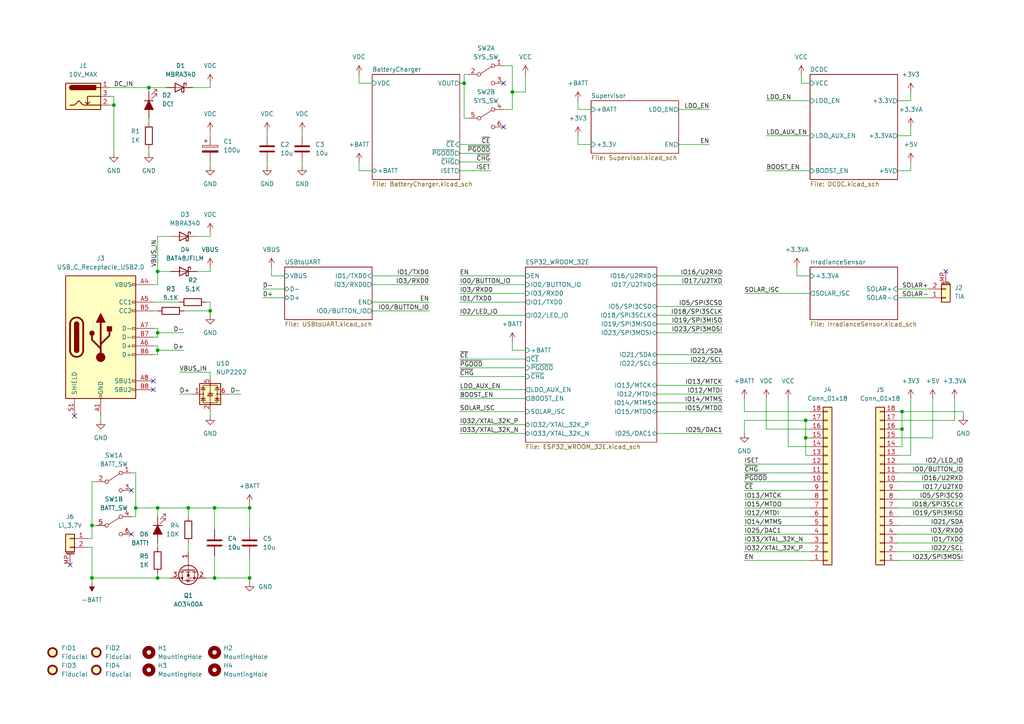
<source format=kicad_sch>
(kicad_sch (version 20211123) (generator eeschema)
  (paper "A4")
  (title_block (title "SolarNode") (date "2021-12-23") (rev "0.1"))
  (lib_symbols
    (symbol "Connector:Barrel_Jack_Switch" (pin_names hide)
      (property "Reference" "J" (at 0 5.334 0))
      (property "Value" "Barrel_Jack_Switch" (at 0 -5.08 0))
      (symbol "Barrel_Jack_Switch_1_1"
        (pin passive line (at 7.62 2.54 180) (length 2.54) (name "~") (number "1"))
        (pin passive line (at 7.62 -2.54 180) (length 2.54) (name "~") (number "2"))
        (pin passive line (at 7.62 0 180) (length 2.54) (name "~") (number "3"))
      )
    )
    (symbol "Connector:USB_C_Receptacle_USB2.0" (pin_names (offset 1.016))
      (property "Reference" "J" (at -10.16 19.05 0))
      (property "Value" "USB_C_Receptacle_USB2.0" (at 19.05 19.05 0))
      (symbol "USB_C_Receptacle_USB2.0_1_1"
        (pin passive line (at 0 -22.86 90) (length 5.08) (name "GND") (number "A1"))
        (pin passive line (at 0 -22.86 90) (length 5.08) hide (name "GND") (number "A12"))
        (pin passive line (at 15.24 15.24 180) (length 5.08) (name "VBUS") (number "A4"))
        (pin bidirectional line (at 15.24 10.16 180) (length 5.08) (name "CC1") (number "A5"))
        (pin bidirectional line (at 15.24 -2.54 180) (length 5.08) (name "D+") (number "A6"))
        (pin bidirectional line (at 15.24 2.54 180) (length 5.08) (name "D-") (number "A7"))
        (pin bidirectional line (at 15.24 -12.7 180) (length 5.08) (name "SBU1") (number "A8"))
        (pin passive line (at 15.24 15.24 180) (length 5.08) hide (name "VBUS") (number "A9"))
        (pin passive line (at 0 -22.86 90) (length 5.08) hide (name "GND") (number "B1"))
        (pin passive line (at 0 -22.86 90) (length 5.08) hide (name "GND") (number "B12"))
        (pin passive line (at 15.24 15.24 180) (length 5.08) hide (name "VBUS") (number "B4"))
        (pin bidirectional line (at 15.24 7.62 180) (length 5.08) (name "CC2") (number "B5"))
        (pin bidirectional line (at 15.24 -5.08 180) (length 5.08) (name "D+") (number "B6"))
        (pin bidirectional line (at 15.24 0 180) (length 5.08) (name "D-") (number "B7"))
        (pin bidirectional line (at 15.24 -15.24 180) (length 5.08) (name "SBU2") (number "B8"))
        (pin passive line (at 15.24 15.24 180) (length 5.08) hide (name "VBUS") (number "B9"))
        (pin passive line (at -7.62 -22.86 90) (length 5.08) (name "SHIELD") (number "S1"))
      )
    )
    (symbol "Connector_Generic:Conn_01x18" (pin_names (offset 1.016) hide)
      (property "Reference" "J" (at 0 22.86 0))
      (property "Value" "Conn_01x18" (at 0 -25.4 0))
      (symbol "Conn_01x18_1_1"
        (pin passive line (at -5.08 20.32 0) (length 3.81) (name "Pin_1") (number "1"))
        (pin passive line (at -5.08 -2.54 0) (length 3.81) (name "Pin_10") (number "10"))
        (pin passive line (at -5.08 -5.08 0) (length 3.81) (name "Pin_11") (number "11"))
        (pin passive line (at -5.08 -7.62 0) (length 3.81) (name "Pin_12") (number "12"))
        (pin passive line (at -5.08 -10.16 0) (length 3.81) (name "Pin_13") (number "13"))
        (pin passive line (at -5.08 -12.7 0) (length 3.81) (name "Pin_14") (number "14"))
        (pin passive line (at -5.08 -15.24 0) (length 3.81) (name "Pin_15") (number "15"))
        (pin passive line (at -5.08 -17.78 0) (length 3.81) (name "Pin_16") (number "16"))
        (pin passive line (at -5.08 -20.32 0) (length 3.81) (name "Pin_17") (number "17"))
        (pin passive line (at -5.08 -22.86 0) (length 3.81) (name "Pin_18") (number "18"))
        (pin passive line (at -5.08 17.78 0) (length 3.81) (name "Pin_2") (number "2"))
        (pin passive line (at -5.08 15.24 0) (length 3.81) (name "Pin_3") (number "3"))
        (pin passive line (at -5.08 12.7 0) (length 3.81) (name "Pin_4") (number "4"))
        (pin passive line (at -5.08 10.16 0) (length 3.81) (name "Pin_5") (number "5"))
        (pin passive line (at -5.08 7.62 0) (length 3.81) (name "Pin_6") (number "6"))
        (pin passive line (at -5.08 5.08 0) (length 3.81) (name "Pin_7") (number "7"))
        (pin passive line (at -5.08 2.54 0) (length 3.81) (name "Pin_8") (number "8"))
        (pin passive line (at -5.08 0 0) (length 3.81) (name "Pin_9") (number "9"))
      )
    )
    (symbol "Connector_Generic_MountingPin:Conn_01x02_MountingPin" (pin_names (offset 1.016) hide)
      (property "Reference" "J" (at 0 2.54 0))
      (property "Value" "Conn_01x02_MountingPin" (at 1.27 -5.08 0))
      (symbol "Conn_01x02_MountingPin_1_1"
        (text "Mounting" (at 0 -4.191 0) (effects (font (size 0.381 0.381))))
        (pin passive line (at -5.08 0 0) (length 3.81) (name "Pin_1") (number "1"))
        (pin passive line (at -5.08 -2.54 0) (length 3.81) (name "Pin_2") (number "2"))
        (pin passive line (at 0 -7.62 90) (length 3.048) (name "MountPin") (number "MP"))
      )
    )
    (symbol "Device:C" (pin_numbers hide) (pin_names (offset 0.254))
      (property "Reference" "C" (at 0.635 2.54 0))
      (property "Value" "C" (at 0.635 -2.54 0))
      (symbol "C_1_1"
        (pin passive line (at 0 3.81 270) (length 2.794) (name "~") (number "1"))
        (pin passive line (at 0 -3.81 90) (length 2.794) (name "~") (number "2"))
      )
    )
    (symbol "Device:C_Polarized" (pin_numbers hide) (pin_names (offset 0.254))
      (property "Reference" "C" (at 0.635 2.54 0))
      (property "Value" "C_Polarized" (at 0.635 -2.54 0))
      (symbol "C_Polarized_1_1"
        (pin passive line (at 0 3.81 270) (length 2.794) (name "~") (number "1"))
        (pin passive line (at 0 -3.81 90) (length 2.794) (name "~") (number "2"))
      )
    )
    (symbol "Device:LED_Filled" (pin_numbers hide) (pin_names (offset 1.016) hide)
      (property "Reference" "D" (at 0 2.54 0))
      (property "Value" "LED_Filled" (at 0 -2.54 0))
      (symbol "LED_Filled_1_1"
        (pin passive line (at -3.81 0 0) (length 2.54) (name "K") (number "1"))
        (pin passive line (at 3.81 0 180) (length 2.54) (name "A") (number "2"))
      )
    )
    (symbol "Device:R" (pin_numbers hide) (pin_names (offset 0))
      (property "Reference" "R" (at 2.032 0 90))
      (property "Value" "R" (at 0 0 90))
      (symbol "R_1_1"
        (pin passive line (at 0 3.81 270) (length 1.27) (name "~") (number "1"))
        (pin passive line (at 0 -3.81 90) (length 1.27) (name "~") (number "2"))
      )
    )
    (symbol "Diode:BAT48JFILM" (pin_numbers hide) (pin_names (offset 1.016) hide)
      (property "Reference" "D" (at 0 2.54 0))
      (property "Value" "BAT48JFILM" (at 0 -2.54 0))
      (symbol "BAT48JFILM_1_1"
        (pin passive line (at -3.81 0 0) (length 2.54) (name "K") (number "1"))
        (pin passive line (at 3.81 0 180) (length 2.54) (name "A") (number "2"))
      )
    )
    (symbol "Diode:MBRA340" (pin_numbers hide) (pin_names hide)
      (property "Reference" "D" (at 0 2.54 0))
      (property "Value" "MBRA340" (at 0 -2.54 0))
      (symbol "MBRA340_1_1"
        (pin passive line (at -3.81 0 0) (length 2.54) (name "K") (number "1"))
        (pin passive line (at 3.81 0 180) (length 2.54) (name "A") (number "2"))
      )
    )
    (symbol "Mechanical:Fiducial"
      (property "Reference" "FID" (at 0 5.08 0))
      (property "Value" "Fiducial" (at 0 3.175 0))
    )
    (symbol "Mechanical:MountingHole" (pin_names (offset 1.016))
      (property "Reference" "H" (at 0 5.08 0))
      (property "Value" "MountingHole" (at 0 3.175 0))
    )
    (symbol "Power_Protection:NUP2202"
      (property "Reference" "U" (at -5.334 -2.54 0))
      (property "Value" "NUP2202" (at 6.35 1.27 90))
      (symbol "NUP2202_1_1"
        (pin passive line (at -5.08 0 0) (length 2.54) (name "~") (number "1"))
        (pin passive line (at 0 -5.08 90) (length 2.54) (name "~") (number "2"))
        (pin no_connect line (at 0 -2.54 90) (length 2.54) hide (name "~") (number "3"))
        (pin no_connect line (at 0 2.54 270) (length 2.54) hide (name "~") (number "4"))
        (pin passive line (at 0 5.08 270) (length 2.54) (name "~") (number "5"))
        (pin passive line (at 5.08 0 180) (length 2.54) (name "~") (number "6"))
      )
    )
    (symbol "Switch:SW_DPDT_x2" (pin_names (offset 0) hide)
      (property "Reference" "SW" (at 0 4.318 0))
      (property "Value" "SW_DPDT_x2" (at 0 -5.08 0))
      (symbol "SW_DPDT_x2_1_1"
        (pin passive line (at 5.08 2.54 180) (length 2.54) (name "A") (number "1"))
        (pin passive line (at -5.08 0 0) (length 2.54) (name "B") (number "2"))
        (pin passive line (at 5.08 -2.54 180) (length 2.54) (name "C") (number "3"))
      )
      (symbol "SW_DPDT_x2_2_1"
        (pin passive line (at 5.08 2.54 180) (length 2.54) (name "A") (number "4"))
        (pin passive line (at -5.08 0 0) (length 2.54) (name "B") (number "5"))
        (pin passive line (at 5.08 -2.54 180) (length 2.54) (name "C") (number "6"))
      )
    )
    (symbol "Transistor_FET:AO3400A" (pin_names hide)
      (property "Reference" "Q" (at 5.08 1.905 0))
      (property "Value" "AO3400A" (at 5.08 0 0))
      (symbol "AO3400A_1_1"
        (pin input line (at -5.08 0 0) (length 2.54) (name "G") (number "1"))
        (pin passive line (at 2.54 -5.08 90) (length 2.54) (name "S") (number "2"))
        (pin passive line (at 2.54 5.08 270) (length 2.54) (name "D") (number "3"))
      )
    )
    (symbol "power:+3.3V" (power) (pin_names (offset 0))
      (property "Value" "+3.3V" (at 0 3.556 0))
      (symbol "+3.3V_1_1"
        (pin power_in line (at 0 0 90) (length 0) hide (name "+3V3") (number "1"))
      )
    )
    (symbol "power:+3.3VA" (power) (pin_names (offset 0))
      (property "Value" "+3.3VA" (at 0 3.556 0))
      (symbol "+3.3VA_1_1"
        (pin power_in line (at 0 0 90) (length 0) hide (name "+3.3VA") (number "1"))
      )
    )
    (symbol "power:+5V" (power) (pin_names (offset 0))
      (property "Value" "+5V" (at 0 3.556 0))
      (symbol "+5V_1_1"
        (pin power_in line (at 0 0 90) (length 0) hide (name "+5V") (number "1"))
      )
    )
    (symbol "power:+BATT" (power) (pin_names (offset 0))
      (property "Value" "+BATT" (at 0 3.556 0))
      (symbol "+BATT_1_1"
        (pin power_in line (at 0 0 90) (length 0) hide (name "+BATT") (number "1"))
      )
    )
    (symbol "power:-BATT" (power) (pin_names (offset 0))
      (property "Value" "-BATT" (at 0 3.556 0))
      (symbol "-BATT_1_1"
        (pin power_in line (at 0 0 90) (length 0) hide (name "-BATT") (number "1"))
      )
    )
    (symbol "power:GND" (power) (pin_names (offset 0))
      (property "Value" "GND" (at 0 -3.81 0))
      (symbol "GND_1_1"
        (pin power_in line (at 0 0 270) (length 0) hide (name "GND") (number "1"))
      )
    )
    (symbol "power:VBUS" (power) (pin_names (offset 0))
      (property "Value" "VBUS" (at 0 3.81 0))
      (symbol "VBUS_1_1"
        (pin power_in line (at 0 0 90) (length 0) hide (name "VBUS") (number "1"))
      )
    )
    (symbol "power:VCC" (power) (pin_names (offset 0))
      (property "Value" "VCC" (at 0 3.81 0))
      (symbol "VCC_1_1"
        (pin power_in line (at 0 0 90) (length 0) hide (name "VCC") (number "1"))
      )
    )
    (symbol "power:VDC" (power) (pin_names (offset 0))
      (property "Value" "VDC" (at 0 6.35 0))
      (symbol "VDC_1_1"
        (pin power_in line (at 0 0 90) (length 0) hide (name "VDC") (number "1"))
      )
    )
  )
  (junction (at 45.72 78.74))
  (junction (at 45.72 167.64))
  (junction (at 54.61 147.32))
  (junction (at 45.72 147.32))
  (junction (at 261.62 119.38))
  (junction (at 43.18 25.4))
  (junction (at 72.39 147.32))
  (junction (at 134.62 24.13))
  (junction (at 45.72 101.6))
  (junction (at 33.02 30.48))
  (junction (at 72.39 167.64))
  (junction (at 261.62 124.46))
  (junction (at 62.23 167.64))
  (junction (at 39.37 147.32))
  (junction (at 62.23 147.32))
  (junction (at 148.59 26.67))
  (junction (at 26.67 167.64))
  (junction (at 26.67 152.4))
  (junction (at 233.68 121.92))
  (junction (at 60.96 90.17))
  (junction (at 233.68 127))
  (junction (at 45.72 96.52))
  (no_connect (at 146.05 36.83))
  (no_connect (at 274.32 78.74))
  (no_connect (at 44.45 110.49))
  (no_connect (at 21.59 120.65))
  (no_connect (at 44.45 113.03))
  (no_connect (at 38.1 142.24))
  (no_connect (at 38.1 154.94))
  (no_connect (at 20.32 163.83))
  (no_connect (at 146.05 24.13))
  (wire (pts (xy 44.45 97.79) (xy 45.72 97.79)))
  (wire (pts (xy 104.14 24.13) (xy 107.95 24.13)))
  (wire (pts (xy 215.9 162.56) (xy 234.95 162.56)))
  (wire (pts (xy 209.55 93.98) (xy 190.5 93.98)))
  (wire (pts (xy 264.16 26.67) (xy 264.16 29.21)))
  (wire (pts (xy 107.95 87.63) (xy 124.46 87.63)))
  (wire (pts (xy 260.35 121.92) (xy 276.86 121.92)))
  (wire (pts (xy 78.74 77.47) (xy 78.74 80.01)))
  (wire (pts (xy 60.96 24.13) (xy 60.96 25.4)))
  (wire (pts (xy 234.95 119.38) (xy 215.9 119.38)))
  (wire (pts (xy 104.14 46.99) (xy 104.14 49.53)))
  (wire (pts (xy 232.41 24.13) (xy 234.95 24.13)))
  (wire (pts (xy 60.96 46.99) (xy 60.96 48.26)))
  (wire (pts (xy 60.96 107.95) (xy 60.96 109.22)))
  (wire (pts (xy 234.95 129.54) (xy 228.6 129.54)))
  (wire (pts (xy 26.67 139.7) (xy 27.94 139.7)))
  (wire (pts (xy 209.55 96.52) (xy 190.5 96.52)))
  (wire (pts (xy 148.59 99.06) (xy 148.59 101.6)))
  (wire (pts (xy 148.59 26.67) (xy 148.59 31.75)))
  (wire (pts (xy 215.9 125.73) (xy 215.9 121.92)))
  (wire (pts (xy 87.63 38.1) (xy 87.63 39.37)))
  (wire (pts (xy 209.55 114.3) (xy 190.5 114.3)))
  (wire (pts (xy 76.2 83.82) (xy 82.55 83.82)))
  (wire (pts (xy 260.35 49.53) (xy 264.16 49.53)))
  (wire (pts (xy 233.68 127) (xy 233.68 121.92)))
  (wire (pts (xy 167.64 41.91) (xy 171.45 41.91)))
  (wire (pts (xy 228.6 129.54) (xy 228.6 115.57)))
  (wire (pts (xy 260.35 137.16) (xy 279.4 137.16)))
  (wire (pts (xy 72.39 146.05) (xy 72.39 147.32)))
  (wire (pts (xy 45.72 167.64) (xy 49.53 167.64)))
  (wire (pts (xy 146.05 31.75) (xy 148.59 31.75)))
  (wire (pts (xy 54.61 149.86) (xy 54.61 147.32)))
  (wire (pts (xy 54.61 157.48) (xy 54.61 160.02)))
  (wire (pts (xy 39.37 147.32) (xy 45.72 147.32)))
  (wire (pts (xy 27.94 152.4) (xy 26.67 152.4)))
  (wire (pts (xy 45.72 147.32) (xy 45.72 149.86)))
  (wire (pts (xy 148.59 26.67) (xy 152.4 26.67)))
  (wire (pts (xy 133.35 123.19) (xy 152.4 123.19)))
  (wire (pts (xy 261.62 119.38) (xy 261.62 124.46)))
  (wire (pts (xy 209.55 102.87) (xy 190.5 102.87)))
  (wire (pts (xy 234.95 149.86) (xy 215.9 149.86)))
  (wire (pts (xy 39.37 137.16) (xy 39.37 147.32)))
  (wire (pts (xy 279.4 162.56) (xy 260.35 162.56)))
  (wire (pts (xy 209.55 125.73) (xy 190.5 125.73)))
  (wire (pts (xy 45.72 78.74) (xy 45.72 68.58)))
  (wire (pts (xy 45.72 95.25) (xy 45.72 96.52)))
  (wire (pts (xy 234.95 80.01) (xy 231.14 80.01)))
  (wire (pts (xy 209.55 119.38) (xy 190.5 119.38)))
  (wire (pts (xy 196.85 41.91) (xy 205.74 41.91)))
  (wire (pts (xy 43.18 25.4) (xy 43.18 26.67)))
  (wire (pts (xy 260.35 132.08) (xy 264.16 132.08)))
  (wire (pts (xy 59.69 87.63) (xy 60.96 87.63)))
  (wire (pts (xy 53.34 90.17) (xy 60.96 90.17)))
  (wire (pts (xy 44.45 87.63) (xy 52.07 87.63)))
  (wire (pts (xy 232.41 21.59) (xy 232.41 24.13)))
  (wire (pts (xy 215.9 142.24) (xy 234.95 142.24)))
  (wire (pts (xy 107.95 82.55) (xy 124.46 82.55)))
  (wire (pts (xy 133.35 80.01) (xy 152.4 80.01)))
  (wire (pts (xy 279.4 157.48) (xy 260.35 157.48)))
  (wire (pts (xy 133.35 49.53) (xy 142.24 49.53)))
  (wire (pts (xy 76.2 86.36) (xy 82.55 86.36)))
  (wire (pts (xy 60.96 119.38) (xy 60.96 120.65)))
  (wire (pts (xy 260.35 152.4) (xy 279.4 152.4)))
  (wire (pts (xy 260.35 124.46) (xy 261.62 124.46)))
  (wire (pts (xy 54.61 147.32) (xy 45.72 147.32)))
  (wire (pts (xy 260.35 127) (xy 270.51 127)))
  (wire (pts (xy 44.45 102.87) (xy 45.72 102.87)))
  (wire (pts (xy 44.45 95.25) (xy 45.72 95.25)))
  (wire (pts (xy 260.35 134.62) (xy 279.4 134.62)))
  (wire (pts (xy 270.51 127) (xy 270.51 115.57)))
  (wire (pts (xy 60.96 87.63) (xy 60.96 90.17)))
  (wire (pts (xy 215.9 157.48) (xy 234.95 157.48)))
  (wire (pts (xy 260.35 129.54) (xy 261.62 129.54)))
  (wire (pts (xy 62.23 167.64) (xy 72.39 167.64)))
  (wire (pts (xy 45.72 96.52) (xy 45.72 97.79)))
  (wire (pts (xy 209.55 91.44) (xy 190.5 91.44)))
  (wire (pts (xy 44.45 90.17) (xy 45.72 90.17)))
  (wire (pts (xy 152.4 101.6) (xy 148.59 101.6)))
  (wire (pts (xy 57.15 68.58) (xy 60.96 68.58)))
  (wire (pts (xy 69.85 114.3) (xy 66.04 114.3)))
  (wire (pts (xy 26.67 152.4) (xy 26.67 156.21)))
  (wire (pts (xy 279.4 160.02) (xy 260.35 160.02)))
  (wire (pts (xy 260.35 149.86) (xy 279.4 149.86)))
  (wire (pts (xy 279.4 154.94) (xy 260.35 154.94)))
  (wire (pts (xy 133.35 104.14) (xy 152.4 104.14)))
  (wire (pts (xy 104.14 21.59) (xy 104.14 24.13)))
  (wire (pts (xy 52.07 107.95) (xy 60.96 107.95)))
  (wire (pts (xy 31.75 25.4) (xy 43.18 25.4)))
  (wire (pts (xy 60.96 67.31) (xy 60.96 68.58)))
  (wire (pts (xy 209.55 105.41) (xy 190.5 105.41)))
  (wire (pts (xy 26.67 167.64) (xy 26.67 168.91)))
  (wire (pts (xy 62.23 161.29) (xy 62.23 167.64)))
  (wire (pts (xy 234.95 29.21) (xy 222.25 29.21)))
  (wire (pts (xy 45.72 166.37) (xy 45.72 167.64)))
  (wire (pts (xy 148.59 19.05) (xy 146.05 19.05)))
  (wire (pts (xy 133.35 109.22) (xy 152.4 109.22)))
  (wire (pts (xy 279.4 119.38) (xy 261.62 119.38)))
  (wire (pts (xy 39.37 137.16) (xy 38.1 137.16)))
  (wire (pts (xy 133.35 85.09) (xy 152.4 85.09)))
  (wire (pts (xy 77.47 38.1) (xy 77.47 39.37)))
  (wire (pts (xy 55.88 25.4) (xy 60.96 25.4)))
  (wire (pts (xy 87.63 46.99) (xy 87.63 48.26)))
  (wire (pts (xy 31.75 27.94) (xy 33.02 27.94)))
  (wire (pts (xy 215.9 144.78) (xy 234.95 144.78)))
  (wire (pts (xy 152.4 115.57) (xy 133.35 115.57)))
  (wire (pts (xy 43.18 43.18) (xy 43.18 44.45)))
  (wire (pts (xy 234.95 49.53) (xy 222.25 49.53)))
  (wire (pts (xy 104.14 49.53) (xy 107.95 49.53)))
  (wire (pts (xy 45.72 158.75) (xy 45.72 157.48)))
  (wire (pts (xy 44.45 100.33) (xy 45.72 100.33)))
  (wire (pts (xy 45.72 100.33) (xy 45.72 101.6)))
  (wire (pts (xy 38.1 149.86) (xy 39.37 149.86)))
  (wire (pts (xy 133.35 41.91) (xy 142.24 41.91)))
  (wire (pts (xy 133.35 106.68) (xy 152.4 106.68)))
  (wire (pts (xy 43.18 25.4) (xy 48.26 25.4)))
  (wire (pts (xy 78.74 80.01) (xy 82.55 80.01)))
  (wire (pts (xy 26.67 158.75) (xy 25.4 158.75)))
  (wire (pts (xy 209.55 111.76) (xy 190.5 111.76)))
  (wire (pts (xy 134.62 24.13) (xy 134.62 34.29)))
  (wire (pts (xy 215.9 119.38) (xy 215.9 115.57)))
  (wire (pts (xy 33.02 30.48) (xy 33.02 44.45)))
  (wire (pts (xy 260.35 39.37) (xy 264.16 39.37)))
  (wire (pts (xy 45.72 101.6) (xy 53.34 101.6)))
  (wire (pts (xy 260.35 83.82) (xy 269.24 83.82)))
  (wire (pts (xy 279.4 120.65) (xy 279.4 119.38)))
  (wire (pts (xy 209.55 80.01) (xy 190.5 80.01)))
  (wire (pts (xy 62.23 147.32) (xy 54.61 147.32)))
  (wire (pts (xy 133.35 82.55) (xy 152.4 82.55)))
  (wire (pts (xy 234.95 39.37) (xy 222.25 39.37)))
  (wire (pts (xy 260.35 119.38) (xy 261.62 119.38)))
  (wire (pts (xy 44.45 82.55) (xy 45.72 82.55)))
  (wire (pts (xy 234.95 124.46) (xy 222.25 124.46)))
  (wire (pts (xy 260.35 144.78) (xy 279.4 144.78)))
  (wire (pts (xy 222.25 124.46) (xy 222.25 115.57)))
  (wire (pts (xy 233.68 132.08) (xy 233.68 127)))
  (wire (pts (xy 72.39 147.32) (xy 62.23 147.32)))
  (wire (pts (xy 209.55 88.9) (xy 190.5 88.9)))
  (wire (pts (xy 276.86 121.92) (xy 276.86 115.57)))
  (wire (pts (xy 260.35 142.24) (xy 279.4 142.24)))
  (wire (pts (xy 29.21 120.65) (xy 29.21 121.92)))
  (wire (pts (xy 167.64 29.21) (xy 167.64 31.75)))
  (wire (pts (xy 260.35 86.36) (xy 269.24 86.36)))
  (wire (pts (xy 62.23 147.32) (xy 62.23 153.67)))
  (wire (pts (xy 135.89 34.29) (xy 134.62 34.29)))
  (wire (pts (xy 215.9 121.92) (xy 233.68 121.92)))
  (wire (pts (xy 215.9 85.09) (xy 234.95 85.09)))
  (wire (pts (xy 60.96 77.47) (xy 60.96 78.74)))
  (wire (pts (xy 45.72 101.6) (xy 45.72 102.87)))
  (wire (pts (xy 57.15 78.74) (xy 60.96 78.74)))
  (wire (pts (xy 134.62 21.59) (xy 134.62 24.13)))
  (wire (pts (xy 234.95 154.94) (xy 215.9 154.94)))
  (wire (pts (xy 234.95 152.4) (xy 215.9 152.4)))
  (wire (pts (xy 215.9 134.62) (xy 234.95 134.62)))
  (wire (pts (xy 215.9 139.7) (xy 234.95 139.7)))
  (wire (pts (xy 31.75 30.48) (xy 33.02 30.48)))
  (wire (pts (xy 215.9 137.16) (xy 234.95 137.16)))
  (wire (pts (xy 133.35 44.45) (xy 142.24 44.45)))
  (wire (pts (xy 133.35 24.13) (xy 134.62 24.13)))
  (wire (pts (xy 234.95 132.08) (xy 233.68 132.08)))
  (wire (pts (xy 59.69 167.64) (xy 62.23 167.64)))
  (wire (pts (xy 261.62 129.54) (xy 261.62 124.46)))
  (wire (pts (xy 45.72 78.74) (xy 49.53 78.74)))
  (wire (pts (xy 26.67 158.75) (xy 26.67 167.64)))
  (wire (pts (xy 234.95 147.32) (xy 215.9 147.32)))
  (wire (pts (xy 167.64 39.37) (xy 167.64 41.91)))
  (wire (pts (xy 72.39 167.64) (xy 72.39 168.91)))
  (wire (pts (xy 264.16 36.83) (xy 264.16 39.37)))
  (wire (pts (xy 133.35 119.38) (xy 152.4 119.38)))
  (wire (pts (xy 133.35 87.63) (xy 152.4 87.63)))
  (wire (pts (xy 152.4 113.03) (xy 133.35 113.03)))
  (wire (pts (xy 60.96 38.1) (xy 60.96 39.37)))
  (wire (pts (xy 45.72 68.58) (xy 49.53 68.58)))
  (wire (pts (xy 231.14 77.47) (xy 231.14 80.01)))
  (wire (pts (xy 72.39 147.32) (xy 72.39 153.67)))
  (wire (pts (xy 26.67 139.7) (xy 26.67 152.4)))
  (wire (pts (xy 26.67 156.21) (xy 25.4 156.21)))
  (wire (pts (xy 196.85 31.75) (xy 205.74 31.75)))
  (wire (pts (xy 260.35 147.32) (xy 279.4 147.32)))
  (wire (pts (xy 133.35 46.99) (xy 142.24 46.99)))
  (wire (pts (xy 45.72 82.55) (xy 45.72 78.74)))
  (wire (pts (xy 264.16 46.99) (xy 264.16 49.53)))
  (wire (pts (xy 60.96 90.17) (xy 60.96 91.44)))
  (wire (pts (xy 260.35 139.7) (xy 279.4 139.7)))
  (wire (pts (xy 43.18 35.56) (xy 43.18 34.29)))
  (wire (pts (xy 72.39 161.29) (xy 72.39 167.64)))
  (wire (pts (xy 77.47 46.99) (xy 77.47 48.26)))
  (wire (pts (xy 33.02 27.94) (xy 33.02 30.48)))
  (wire (pts (xy 234.95 127) (xy 233.68 127)))
  (wire (pts (xy 134.62 21.59) (xy 135.89 21.59)))
  (wire (pts (xy 264.16 29.21) (xy 260.35 29.21)))
  (wire (pts (xy 234.95 121.92) (xy 233.68 121.92)))
  (wire (pts (xy 209.55 82.55) (xy 190.5 82.55)))
  (wire (pts (xy 148.59 19.05) (xy 148.59 26.67)))
  (wire (pts (xy 152.4 91.44) (xy 133.35 91.44)))
  (wire (pts (xy 52.07 114.3) (xy 55.88 114.3)))
  (wire (pts (xy 167.64 31.75) (xy 171.45 31.75)))
  (wire (pts (xy 264.16 132.08) (xy 264.16 115.57)))
  (wire (pts (xy 26.67 167.64) (xy 45.72 167.64)))
  (wire (pts (xy 133.35 125.73) (xy 152.4 125.73)))
  (wire (pts (xy 107.95 90.17) (xy 124.46 90.17)))
  (wire (pts (xy 107.95 80.01) (xy 124.46 80.01)))
  (wire (pts (xy 215.9 160.02) (xy 234.95 160.02)))
  (wire (pts (xy 152.4 26.67) (xy 152.4 21.59)))
  (wire (pts (xy 39.37 147.32) (xy 39.37 149.86)))
  (wire (pts (xy 45.72 96.52) (xy 53.34 96.52)))
  (wire (pts (xy 209.55 116.84) (xy 190.5 116.84)))
  (label "IO19{slash}SPI3MISO" (at 209.55 93.98 180))
  (label "IO0{slash}BUTTON_IO" (at 279.4 137.16 180))
  (label "IO32{slash}XTAL_32K_P" (at 133.35 123.19 0))
  (label "IO13{slash}MTCK" (at 209.55 111.76 180))
  (label "SOLAR_ISC" (at 133.35 119.38 0))
  (label "IO0{slash}BUTTON_IO" (at 124.46 90.17 180))
  (label "DC_IN" (at 33.02 25.4 0))
  (label "IO3/RXD0" (at 279.4 154.94 180))
  (label "BOOST_EN" (at 133.35 115.57 0))
  (label "IO2{slash}LED_IO" (at 133.35 91.44 0))
  (label "VBUS_IN" (at 52.07 107.95 0))
  (label "SOLAR-" (at 261.62 86.36 0))
  (label "D+" (at 76.2 86.36 0))
  (label "ISET" (at 142.24 49.53 180))
  (label "IO21{slash}SDA" (at 279.4 152.4 180))
  (label "IO17{slash}U2TXD" (at 209.55 82.55 180))
  (label "IO21{slash}SDA" (at 209.55 102.87 180))
  (label "LDO_AUX_EN" (at 133.35 113.03 0))
  (label "IO5{slash}SPI3CS0" (at 279.4 144.78 180))
  (label "IO2{slash}LED_IO" (at 279.4 134.62 180))
  (label "~{PGOOD}" (at 215.9 139.7 0))
  (label "EN" (at 215.9 162.56 0))
  (label "EN" (at 205.74 41.91 180))
  (label "~{CHG}" (at 215.9 137.16 0))
  (label "IO0{slash}BUTTON_IO" (at 133.35 82.55 0))
  (label "ISET" (at 215.9 134.62 0))
  (label "LDO_EN" (at 222.25 29.21 0))
  (label "BOOST_EN" (at 222.25 49.53 0))
  (label "LDO_EN" (at 205.74 31.75 180))
  (label "IO15{slash}MTDO" (at 209.55 119.38 180))
  (label "IO14{slash}MTMS" (at 209.55 116.84 180))
  (label "IO12{slash}MTDI" (at 209.55 114.3 180))
  (label "EN" (at 124.46 87.63 180))
  (label "D-" (at 53.34 96.52 180))
  (label "IO3{slash}RXD0" (at 124.46 82.55 180))
  (label "D+" (at 52.07 114.3 0))
  (label "~{CHG}" (at 133.35 109.22 0))
  (label "IO33{slash}XTAL_32K_N" (at 215.9 157.48 0))
  (label "IO16{slash}U2RXD" (at 279.4 139.7 180))
  (label "IO17{slash}U2TXD" (at 279.4 142.24 180))
  (label "SOLAR+" (at 261.62 83.82 0))
  (label "~{CE}" (at 215.9 142.24 0))
  (label "IO18{slash}SPI3SCLK" (at 209.55 91.44 180))
  (label "VBUS_IN" (at 45.72 77.47 90))
  (label "~{PGOOD}" (at 133.35 106.68 0))
  (label "IO25{slash}DAC1" (at 215.9 154.94 0))
  (label "IO32{slash}XTAL_32K_P" (at 215.9 160.02 0))
  (label "IO22{slash}SCL" (at 209.55 105.41 180))
  (label "IO12{slash}MTDI" (at 215.9 149.86 0))
  (label "IO1/TXD0" (at 279.4 157.48 180))
  (label "~{CHG}" (at 142.24 46.99 180))
  (label "EN" (at 133.35 80.01 0))
  (label "~{CE}" (at 133.35 104.14 0))
  (label "IO23{slash}SPI3MOSI" (at 209.55 96.52 180))
  (label "D-" (at 76.2 83.82 0))
  (label "IO33{slash}XTAL_32K_N" (at 133.35 125.73 0))
  (label "LDO_AUX_EN" (at 222.25 39.37 0))
  (label "IO1/TXD0" (at 133.35 87.63 0))
  (label "IO18{slash}SPI3SCLK" (at 279.4 147.32 180))
  (label "IO16{slash}U2RXD" (at 209.55 80.01 180))
  (label "IO3/RXD0" (at 133.35 85.09 0))
  (label "D+" (at 53.34 101.6 180))
  (label "IO1/TXD0" (at 124.46 80.01 180))
  (label "IO25{slash}DAC1" (at 209.55 125.73 180))
  (label "~{CE}" (at 142.24 41.91 180))
  (label "SOLAR_ISC" (at 215.9 85.09 0))
  (label "IO13{slash}MTCK" (at 215.9 144.78 0))
  (label "IO5{slash}SPI3CS0" (at 209.55 88.9 180))
  (label "D-" (at 69.85 114.3 180))
  (label "IO19{slash}SPI3MISO" (at 279.4 149.86 180))
  (label "IO22{slash}SCL" (at 279.4 160.02 180))
  (label "~{PGOOD}" (at 142.24 44.45 180))
  (label "IO14{slash}MTMS" (at 215.9 152.4 0))
  (label "IO15{slash}MTDO" (at 215.9 147.32 0))
  (label "IO23{slash}SPI3MOSI" (at 279.4 162.56 180))
  (symbol (lib_id "power:+BATT") (at 148.59 99.06 0) (unit 1)
    (property "Reference" "#PWR024" (effects hide))
    (property "Value" "+BATT" (at 148.59 93.98 0))
  )
  (symbol (lib_id "power:VCC") (at 228.6 115.57 0) (unit 1)
    (property "Reference" "#PWR026" (effects hide))
    (property "Value" "VCC" (at 228.6 110.49 0))
  )
  (symbol (lib_id "power:+3.3V") (at 264.16 115.57 0) (unit 1)
    (property "Reference" "#PWR030" (effects hide))
    (property "Value" "+3.3V" (at 264.16 110.49 0))
  )
  (symbol (lib_id "power:VDC") (at 77.47 38.1 0) (unit 1)
    (property "Reference" "#PWR09" (effects hide))
    (property "Value" "VDC" (at 77.47 33.02 0))
  )
  (symbol (lib_id "Device:R") (at 55.88 87.63 90) (unit 1)
    (property "Reference" "R2" (at 55.88 81.28 90))
    (property "Value" "5.1K" (at 55.88 83.82 90))
    (property "Footprint" "SolarNode:R_0603_1608Metric_0.65" (effects hide))
    (property "Datasheet" "https://www.yageo.com/upload/media/product/productsearch/datasheet/rchip/PYu-RC_Group_51_RoHS_L_11.pdf" (effects hide))
    (property "Manufacturer" "YAGEO" (effects hide))
    (property "MPN" "RC0603FR-075K1L" (effects hide))
  )
  (symbol (lib_id "Connector_Generic:Conn_01x18") (at 240.03 142.24 0) (mirror x) (unit 1)
    (property "Reference" "J4" (at 240.03 113.03 0))
    (property "Value" "Conn_01x18" (at 240.03 115.57 0))
    (property "Footprint" "Connector_PinHeader_2.54mm:PinHeader_1x18_P2.54mm_Vertical" (effects hide))
    (property "Datasheet" "https://app.adam-tech.com/products/download/data_sheet/201605/ph1-xx-ua-data-sheet.pdf" (effects hide))
    (property "MPN" "PH1-18-UA" (effects hide))
    (property "Manufacturer" "Adam Tech" (effects hide))
  )
  (symbol (lib_id "Device:R") (at 45.72 162.56 0) (mirror y) (unit 1)
    (property "Reference" "R5" (at 43.18 161.2899 0) (effects (justify left)))
    (property "Value" "1K" (at 43.18 163.8299 0) (effects (justify left)))
    (property "Footprint" "SolarNode:R_0603_1608Metric_0.65" (effects hide))
    (property "Datasheet" "https://www.yageo.com/upload/media/product/productsearch/datasheet/rchip/PYu-RC_Group_51_RoHS_L_11.pdf" (effects hide))
    (property "Manufacturer" "YAGEO" (effects hide))
    (property "MPN" "RC0603FR-071KL" (effects hide))
  )
  (symbol (lib_id "power:GND") (at 87.63 48.26 0) (unit 1)
    (property "Reference" "#PWR018" (effects hide))
    (property "Value" "GND" (at 87.63 53.34 0))
  )
  (symbol (lib_id "Device:C") (at 72.39 157.48 0) (mirror y) (unit 1)
    (property "Reference" "C5" (at 76.2 156.2099 0) (effects (justify right)))
    (property "Value" "10u" (at 76.2 158.7499 0) (effects (justify right)))
    (property "Footprint" "Capacitor_SMD:C_0603_1608Metric" (effects hide))
    (property "Datasheet" "https://www.yageo.com/upload/media/product/productsearch/datasheet/mlcc/UPY-GPHC_X5R_4V-to-50V_26.pdf" (effects hide))
    (property "Manufacturer" "YAGEO" (effects hide))
    (property "MPN" "CC0603MRX5R7BB106" (effects hide))
  )
  (symbol (lib_id "power:+BATT") (at 104.14 46.99 0) (unit 1)
    (property "Reference" "#PWR014" (effects hide))
    (property "Value" "+BATT" (at 104.14 41.91 0))
  )
  (symbol (lib_id "Switch:SW_DPDT_x2") (at 140.97 34.29 0) (unit 2)
    (property "Reference" "SW2" (at 140.97 26.67 0))
    (property "Value" "SYS_SW" (at 140.97 29.21 0))
    (property "Footprint" "Button_Switch_SMD:SW_DPDT_CK_JS202011JCQN" (effects hide))
    (property "Datasheet" "https://www.ckswitches.com/media/1422/js.pdf" (effects hide))
    (property "MPN" "JS202011JCQN" (effects hide))
    (property "Manufacturer" "C&K" (effects hide))
  )
  (symbol (lib_id "Diode:MBRA340") (at 53.34 68.58 0) (mirror y) (unit 1)
    (property "Reference" "D3" (at 53.6575 62.23 0))
    (property "Value" "MBRA340" (at 53.6575 64.77 0))
    (property "Footprint" "Diode_SMD:D_SMA" (effects hide))
    (property "Datasheet" "https://www.onsemi.com/pub/Collateral/MBRA340T3-D.PDF" (effects hide))
    (property "MPN" "MBRA340" (effects hide))
    (property "Manufacturer" "onsemi" (effects hide))
  )
  (symbol (lib_id "power:VDC") (at 60.96 67.31 0) (unit 1)
    (property "Reference" "#PWR019" (effects hide))
    (property "Value" "VDC" (at 60.96 62.23 0))
  )
  (symbol (lib_id "power:+3.3V") (at 264.16 26.67 0) (mirror y) (unit 1)
    (property "Reference" "#PWR05" (effects hide))
    (property "Value" "+3.3V" (at 264.16 21.59 0))
  )
  (symbol (lib_id "Switch:SW_DPDT_x2") (at 140.97 21.59 0) (unit 1)
    (property "Reference" "SW2" (at 140.97 13.97 0))
    (property "Value" "SYS_SW" (at 140.97 16.51 0))
    (property "Footprint" "Button_Switch_SMD:SW_DPDT_CK_JS202011JCQN" (effects hide))
    (property "Datasheet" "https://www.ckswitches.com/media/1422/js.pdf" (effects hide))
    (property "MPN" "JS202011JCQN" (effects hide))
    (property "Manufacturer" "C&K" (effects hide))
  )
  (symbol (lib_id "power:VCC") (at 232.41 21.59 0) (unit 1)
    (property "Reference" "#PWR03" (effects hide))
    (property "Value" "VCC" (at 232.41 16.51 0))
  )
  (symbol (lib_id "power:VBUS") (at 60.96 77.47 0) (unit 1)
    (property "Reference" "#PWR020" (effects hide))
    (property "Value" "VBUS" (at 60.96 72.39 0))
  )
  (symbol (lib_id "Transistor_FET:AO3400A") (at 54.61 165.1 90) (mirror x) (unit 1)
    (property "Reference" "Q1" (at 54.61 172.72 90))
    (property "Value" "AO3400A" (at 54.61 175.26 90))
    (property "Footprint" "Package_TO_SOT_SMD:SOT-23" (effects hide))
    (property "Datasheet" "http://www.aosmd.com/pdfs/datasheet/AO3400A.pdf" (effects hide))
    (property "MPN" "AO3400A" (effects hide))
    (property "Manufacturer" "Alpha & Omega Semiconductor Inc." (effects hide))
  )
  (symbol (lib_id "power:+5V") (at 270.51 115.57 0) (mirror y) (unit 1)
    (property "Reference" "#PWR028" (effects hide))
    (property "Value" "+5V" (at 270.51 110.49 0))
  )
  (symbol (lib_id "power:+3.3VA") (at 231.14 77.47 0) (unit 1)
    (property "Reference" "#PWR022" (effects hide))
    (property "Value" "+3.3VA" (at 231.14 72.39 0))
  )
  (symbol (lib_id "Mechanical:Fiducial") (at 27.94 189.23 0) (unit 1)
    (property "Reference" "FID2" (at 30.48 187.9599 0) (effects (justify left)))
    (property "Value" "Fiducial" (at 30.48 190.4999 0) (effects (justify left)))
    (property "Footprint" "Fiducial:Fiducial_1mm_Mask3mm" (effects hide))
  )
  (symbol (lib_id "Device:C") (at 77.47 43.18 0) (unit 1)
    (property "Reference" "C2" (at 81.28 41.9099 0) (effects (justify left)))
    (property "Value" "10u" (at 81.28 44.4499 0) (effects (justify left)))
    (property "Footprint" "Capacitor_SMD:C_0603_1608Metric" (effects hide))
    (property "Datasheet" "https://www.yageo.com/upload/media/product/productsearch/datasheet/mlcc/UPY-GPHC_X5R_4V-to-50V_26.pdf" (effects hide))
    (property "Manufacturer" "YAGEO" (effects hide))
    (property "MPN" "CC0603MRX5R7BB106" (effects hide))
  )
  (symbol (lib_id "Connector:USB_C_Receptacle_USB2.0") (at 29.21 97.79 0) (unit 1)
    (property "Reference" "J3" (at 29.21 74.93 0))
    (property "Value" "USB_C_Receptacle_USB2.0" (at 29.21 77.47 0))
    (property "Footprint" "USB4110-GF-A_REVB:GCT_USB4110-GF-A_REVB" (effects hide))
    (property "Datasheet" "https://gct.co/files/drawings/usb4110.pdf" (effects hide))
    (property "MPN" "USB4110-GF-A" (effects hide))
    (property "Manufacturer" "GCT" (effects hide))
  )
  (symbol (lib_id "power:VBUS") (at 78.74 77.47 0) (unit 1)
    (property "Reference" "#PWR021" (effects hide))
    (property "Value" "VBUS" (at 78.74 72.39 0))
  )
  (symbol (lib_id "power:GND") (at 279.4 120.65 0) (unit 1)
    (property "Reference" "#PWR034" (effects hide))
    (property "Value" "GND" (at 279.4 125.73 0))
  )
  (symbol (lib_id "Power_Protection:NUP2202") (at 60.96 114.3 0) (unit 1)
    (property "Reference" "U10" (at 62.6111 105.41 0) (effects (justify left)))
    (property "Value" "NUP2202" (at 62.6111 107.95 0) (effects (justify left)))
    (property "Footprint" "Package_TO_SOT_SMD:SOT-363_SC-70-6" (effects hide))
    (property "Datasheet" "http://www.onsemi.ru.com/pub_link/Collateral/NUP2202W1-D.PDF" (effects hide))
    (property "MPN" "NUP2202W1T2G" (effects hide))
    (property "Manufacturer" "onsemi " (effects hide))
  )
  (symbol (lib_id "Device:R") (at 54.61 153.67 0) (mirror y) (unit 1)
    (property "Reference" "R4" (at 52.07 152.3999 0) (effects (justify left)))
    (property "Value" "10K" (at 52.07 154.9399 0) (effects (justify left)))
    (property "Footprint" "SolarNode:R_0603_1608Metric_0.65" (effects hide))
    (property "Datasheet" "https://www.yageo.com/upload/media/product/productsearch/datasheet/rchip/PYu-RC_Group_51_RoHS_L_11.pdf" (effects hide))
    (property "Manufacturer" "YAGEO" (effects hide))
    (property "MPN" "RC0603FR-0710KL" (effects hide))
  )
  (symbol (lib_id "Device:C") (at 62.23 157.48 0) (mirror y) (unit 1)
    (property "Reference" "C4" (at 66.04 156.2099 0) (effects (justify right)))
    (property "Value" "10u" (at 66.04 158.7499 0) (effects (justify right)))
    (property "Footprint" "Capacitor_SMD:C_0603_1608Metric" (effects hide))
    (property "Datasheet" "https://www.yageo.com/upload/media/product/productsearch/datasheet/mlcc/UPY-GPHC_X5R_4V-to-50V_26.pdf" (effects hide))
    (property "Manufacturer" "YAGEO" (effects hide))
    (property "MPN" "CC0603MRX5R7BB106" (effects hide))
  )
  (symbol (lib_id "power:+3.3VA") (at 276.86 115.57 0) (mirror y) (unit 1)
    (property "Reference" "#PWR029" (effects hide))
    (property "Value" "+3.3VA" (at 276.86 110.49 0))
  )
  (symbol (lib_id "power:+BATT") (at 167.64 29.21 0) (unit 1)
    (property "Reference" "#PWR06" (effects hide))
    (property "Value" "+BATT" (at 167.64 24.13 0))
  )
  (symbol (lib_id "Mechanical:MountingHole") (at 43.18 194.31 0) (unit 1)
    (property "Reference" "H3" (at 45.72 193.0399 0) (effects (justify left)))
    (property "Value" "MountingHole" (at 45.72 195.5799 0) (effects (justify left)))
    (property "Footprint" "MountingHole:MountingHole_2.2mm_M2" (effects hide))
  )
  (symbol (lib_id "power:VDC") (at 104.14 21.59 0) (unit 1)
    (property "Reference" "#PWR01" (effects hide))
    (property "Value" "VDC" (at 104.14 16.51 0))
  )
  (symbol (lib_id "Connector_Generic:Conn_01x18") (at 255.27 142.24 180) (unit 1)
    (property "Reference" "J5" (at 255.27 113.03 0))
    (property "Value" "Conn_01x18" (at 255.27 115.57 0))
    (property "Footprint" "Connector_PinHeader_2.54mm:PinHeader_1x18_P2.54mm_Vertical" (effects hide))
    (property "Datasheet" "https://app.adam-tech.com/products/download/data_sheet/201605/ph1-xx-ua-data-sheet.pdf" (effects hide))
    (property "MPN" "PH1-18-UA" (effects hide))
    (property "Manufacturer" "Adam Tech" (effects hide))
  )
  (symbol (lib_id "Connector_Generic_MountingPin:Conn_01x02_MountingPin") (at 20.32 156.21 0) (mirror y) (unit 1)
    (property "Reference" "J6" (at 20.32 149.86 0))
    (property "Value" "Li_3.7V" (at 20.32 152.4 0))
    (property "Footprint" "Connector_JST:JST_PH_S2B-PH-SM4-TB_1x02-1MP_P2.00mm_Horizontal" (effects hide))
    (property "Datasheet" "https://www.jst-mfg.com/product/pdf/eng/ePH.pdf" (effects hide))
    (property "MPN" "S2B-PH-SM4-TB(LF)(SN)" (effects hide))
    (property "Manufacturer" "JST Sales America Inc." (effects hide))
  )
  (symbol (lib_id "Device:LED_Filled") (at 45.72 153.67 90) (mirror x) (unit 1)
    (property "Reference" "D6" (at 43.18 154.94 90) (effects (justify left)))
    (property "Value" "BATT!" (at 43.18 157.48 90) (effects (justify left)))
    (property "Footprint" "LED_SMD:LED_0603_1608Metric" (effects hide))
    (property "Datasheet" "https://www.we-online.de/katalog/datasheet/150060SS75000.pdf" (effects hide))
    (property "MPN" "150060SS75000" (effects hide))
    (property "Manufacturer" "Würth Elektronik" (effects hide))
  )
  (symbol (lib_id "power:GND") (at 72.39 168.91 0) (mirror y) (unit 1)
    (property "Reference" "#PWR037" (effects hide))
    (property "Value" "GND" (at 74.93 170.1799 0) (effects (justify right)))
  )
  (symbol (lib_id "power:GND") (at 77.47 48.26 0) (unit 1)
    (property "Reference" "#PWR017" (effects hide))
    (property "Value" "GND" (at 77.47 53.34 0))
  )
  (symbol (lib_id "power:GND") (at 60.96 48.26 0) (unit 1)
    (property "Reference" "#PWR016" (effects hide))
    (property "Value" "GND" (at 60.96 53.34 0))
  )
  (symbol (lib_id "power:GND") (at 43.18 44.45 0) (unit 1)
    (property "Reference" "#PWR013" (effects hide))
    (property "Value" "GND" (at 43.18 49.53 0))
  )
  (symbol (lib_id "power:GND") (at 29.21 121.92 0) (unit 1)
    (property "Reference" "#PWR031" (effects hide))
    (property "Value" "GND" (at 29.21 127 0))
  )
  (symbol (lib_id "Mechanical:MountingHole") (at 62.23 194.31 0) (unit 1)
    (property "Reference" "H4" (at 64.77 193.0399 0) (effects (justify left)))
    (property "Value" "MountingHole" (at 64.77 195.5799 0) (effects (justify left)))
    (property "Footprint" "MountingHole:MountingHole_2.2mm_M2" (effects hide))
  )
  (symbol (lib_id "Device:C_Polarized") (at 60.96 43.18 0) (unit 1)
    (property "Reference" "C1" (at 64.77 41.0209 0) (effects (justify left)))
    (property "Value" "100u" (at 64.77 43.5609 0) (effects (justify left)))
    (property "Footprint" "Capacitor_THT:CP_Radial_D6.3mm_P2.50mm" (effects hide))
    (property "Datasheet" "https://www.rubycon.co.jp/wp-content/uploads/catalog-aluminum/YXF.pdf" (effects hide))
    (property "MPN" "16YXF100MEFCT16.3X11" (effects hide))
    (property "Manufacturer" "Rubycon" (effects hide))
  )
  (symbol (lib_id "Switch:SW_DPDT_x2") (at 33.02 152.4 0) (unit 2)
    (property "Reference" "SW1" (at 33.02 144.78 0))
    (property "Value" "BATT_SW" (at 33.02 147.32 0))
    (property "Footprint" "Button_Switch_SMD:SW_DPDT_CK_JS202011JCQN" (effects hide))
    (property "Datasheet" "https://www.ckswitches.com/media/1422/js.pdf" (effects hide))
    (property "MPN" "JS202011JCQN" (effects hide))
    (property "Manufacturer" "C&K" (effects hide))
  )
  (symbol (lib_id "Connector_Generic_MountingPin:Conn_01x02_MountingPin") (at 274.32 86.36 0) (mirror x) (unit 1)
    (property "Reference" "J2" (at 276.86 83.4643 0) (effects (justify left)))
    (property "Value" "TIA" (at 276.86 86.0043 0) (effects (justify left)))
    (property "Footprint" "Connector_JST:JST_PH_S2B-PH-SM4-TB_1x02-1MP_P2.00mm_Horizontal" (effects hide))
    (property "Datasheet" "https://www.jst-mfg.com/product/pdf/eng/ePH.pdf" (effects hide))
    (property "MPN" "S2B-PH-SM4-TB(LF)(SN)" (effects hide))
    (property "Manufacturer" "JST Sales America Inc." (effects hide))
  )
  (symbol (lib_id "Device:R") (at 49.53 90.17 90) (unit 1)
    (property "Reference" "R3" (at 49.53 83.82 90))
    (property "Value" "5.1K" (at 49.53 86.36 90))
    (property "Footprint" "SolarNode:R_0603_1608Metric_0.65" (effects hide))
    (property "Datasheet" "https://www.yageo.com/upload/media/product/productsearch/datasheet/rchip/PYu-RC_Group_51_RoHS_L_11.pdf" (effects hide))
    (property "Manufacturer" "YAGEO" (effects hide))
    (property "MPN" "RC0603FR-075K1L" (effects hide))
  )
  (symbol (lib_id "power:-BATT") (at 26.67 168.91 180) (unit 1)
    (property "Reference" "#PWR036" (effects hide))
    (property "Value" "-BATT" (at 26.67 173.99 0))
  )
  (symbol (lib_id "power:+BATT") (at 215.9 115.57 0) (mirror y) (unit 1)
    (property "Reference" "#PWR027" (effects hide))
    (property "Value" "+BATT" (at 215.9 110.49 0))
  )
  (symbol (lib_id "Switch:SW_DPDT_x2") (at 33.02 139.7 0) (unit 1)
    (property "Reference" "SW1" (at 33.02 132.08 0))
    (property "Value" "BATT_SW" (at 33.02 134.62 0))
    (property "Footprint" "Button_Switch_SMD:SW_DPDT_CK_JS202011JCQN" (effects hide))
    (property "Datasheet" "https://www.ckswitches.com/media/1422/js.pdf" (effects hide))
    (property "MPN" "JS202011JCQN" (effects hide))
    (property "Manufacturer" "C&K" (effects hide))
  )
  (symbol (lib_id "power:GND") (at 60.96 91.44 0) (unit 1)
    (property "Reference" "#PWR023" (effects hide))
    (property "Value" "GND" (at 60.96 96.52 0))
  )
  (symbol (lib_id "power:VDC") (at 60.96 38.1 0) (unit 1)
    (property "Reference" "#PWR08" (effects hide))
    (property "Value" "VDC" (at 60.96 33.02 0))
  )
  (symbol (lib_id "Mechanical:Fiducial") (at 15.24 189.23 0) (unit 1)
    (property "Reference" "FID1" (at 17.78 187.9599 0) (effects (justify left)))
    (property "Value" "Fiducial" (at 17.78 190.4999 0) (effects (justify left)))
    (property "Footprint" "Fiducial:Fiducial_1mm_Mask3mm" (effects hide))
  )
  (symbol (lib_id "power:GND") (at 60.96 120.65 0) (unit 1)
    (property "Reference" "#PWR040" (effects hide))
    (property "Value" "GND" (at 60.96 125.73 0))
  )
  (symbol (lib_id "power:+3.3V") (at 167.64 39.37 0) (unit 1)
    (property "Reference" "#PWR011" (effects hide))
    (property "Value" "+3.3V" (at 167.64 34.29 0))
  )
  (symbol (lib_id "Mechanical:MountingHole") (at 62.23 189.23 0) (unit 1)
    (property "Reference" "H2" (at 64.77 187.9599 0) (effects (justify left)))
    (property "Value" "MountingHole" (at 64.77 190.4999 0) (effects (justify left)))
    (property "Footprint" "MountingHole:MountingHole_2.2mm_M2" (effects hide))
  )
  (symbol (lib_id "power:VDC") (at 87.63 38.1 0) (unit 1)
    (property "Reference" "#PWR010" (effects hide))
    (property "Value" "VDC" (at 87.63 33.02 0))
  )
  (symbol (lib_id "Diode:BAT48JFILM") (at 53.34 78.74 0) (mirror y) (unit 1)
    (property "Reference" "D4" (at 53.6575 72.39 0))
    (property "Value" "BAT48JFILM" (at 53.6575 74.93 0))
    (property "Footprint" "Diode_SMD:D_SOD-323" (effects hide))
    (property "Datasheet" "www.st.com/resource/en/datasheet/bat48.pdf" (effects hide))
    (property "MPN" "BAT48JFILM" (effects hide))
    (property "Manufacturer" "STMicroelectronics" (effects hide))
  )
  (symbol (lib_id "power:GND") (at 33.02 44.45 0) (unit 1)
    (property "Reference" "#PWR012" (effects hide))
    (property "Value" "GND" (at 33.02 49.53 0))
  )
  (symbol (lib_id "Diode:MBRA340") (at 52.07 25.4 0) (mirror y) (unit 1)
    (property "Reference" "D1" (at 52.3875 19.05 0))
    (property "Value" "MBRA340" (at 52.3875 21.59 0))
    (property "Footprint" "Diode_SMD:D_SMA" (effects hide))
    (property "Datasheet" "https://www.onsemi.com/pub/Collateral/MBRA340T3-D.PDF" (effects hide))
    (property "MPN" "MBRA340" (effects hide))
    (property "Manufacturer" "onsemi" (effects hide))
  )
  (symbol (lib_id "Mechanical:Fiducial") (at 15.24 194.31 0) (unit 1)
    (property "Reference" "FID3" (at 17.78 193.0399 0) (effects (justify left)))
    (property "Value" "Fiducial" (at 17.78 195.5799 0) (effects (justify left)))
    (property "Footprint" "Fiducial:Fiducial_1mm_Mask3mm" (effects hide))
  )
  (symbol (lib_id "power:VDC") (at 222.25 115.57 0) (unit 1)
    (property "Reference" "#PWR025" (effects hide))
    (property "Value" "VDC" (at 222.25 110.49 0))
  )
  (symbol (lib_id "power:+3.3VA") (at 264.16 36.83 0) (mirror y) (unit 1)
    (property "Reference" "#PWR07" (effects hide))
    (property "Value" "+3.3VA" (at 264.16 31.75 0))
  )
  (symbol (lib_id "Connector:Barrel_Jack_Switch") (at 24.13 27.94 0) (unit 1)
    (property "Reference" "J1" (at 24.13 19.05 0))
    (property "Value" "10V_MAX" (at 24.13 21.59 0))
    (property "Footprint" "Connector_BarrelJack:BarrelJack_CLIFF_FC681465S_SMT_Horizontal" (effects hide))
    (property "Datasheet" "https://www.cliffuk.co.uk/products/dcconnectors/FC681465S.pdf" (effects hide))
    (property "MPN" "FC681465S" (effects hide))
    (property "Manufacturer" "CLIFF Electronic Components Ltd" (effects hide))
  )
  (symbol (lib_id "power:GND") (at 215.9 125.73 0) (unit 1)
    (property "Reference" "#PWR033" (effects hide))
    (property "Value" "GND" (at 215.9 130.81 0))
  )
  (symbol (lib_id "Mechanical:Fiducial") (at 27.94 194.31 0) (unit 1)
    (property "Reference" "FID4" (at 30.48 193.0399 0) (effects (justify left)))
    (property "Value" "Fiducial" (at 30.48 195.5799 0) (effects (justify left)))
    (property "Footprint" "Fiducial:Fiducial_1mm_Mask3mm" (effects hide))
  )
  (symbol (lib_id "power:VCC") (at 152.4 21.59 0) (unit 1)
    (property "Reference" "#PWR02" (effects hide))
    (property "Value" "VCC" (at 152.4 16.51 0))
  )
  (symbol (lib_id "power:+BATT") (at 72.39 146.05 0) (mirror y) (unit 1)
    (property "Reference" "#PWR035" (effects hide))
    (property "Value" "+BATT" (at 72.39 140.97 0))
  )
  (symbol (lib_id "Device:C") (at 87.63 43.18 0) (unit 1)
    (property "Reference" "C3" (at 91.44 41.9099 0) (effects (justify left)))
    (property "Value" "10u" (at 91.44 44.4499 0) (effects (justify left)))
    (property "Footprint" "Capacitor_SMD:C_0603_1608Metric" (effects hide))
    (property "Datasheet" "https://www.yageo.com/upload/media/product/productsearch/datasheet/mlcc/UPY-GPHC_X5R_4V-to-50V_26.pdf" (effects hide))
    (property "Manufacturer" "YAGEO" (effects hide))
    (property "MPN" "CC0603MRX5R7BB106" (effects hide))
  )
  (symbol (lib_id "power:+5V") (at 264.16 46.99 0) (mirror y) (unit 1)
    (property "Reference" "#PWR015" (effects hide))
    (property "Value" "+5V" (at 264.16 41.91 0))
  )
  (symbol (lib_id "Device:R") (at 43.18 39.37 0) (mirror y) (unit 1)
    (property "Reference" "R1" (at 40.64 38.0999 0) (effects (justify left)))
    (property "Value" "1K" (at 40.64 40.6399 0) (effects (justify left)))
    (property "Footprint" "SolarNode:R_0603_1608Metric_0.65" (effects hide))
    (property "Datasheet" "https://www.yageo.com/upload/media/product/productsearch/datasheet/rchip/PYu-RC_Group_51_RoHS_L_11.pdf" (effects hide))
    (property "Manufacturer" "YAGEO" (effects hide))
    (property "MPN" "RC0603FR-071KL" (effects hide))
  )
  (symbol (lib_id "Device:LED_Filled") (at 43.18 30.48 90) (mirror x) (unit 1)
    (property "Reference" "D2" (at 46.99 27.6224 90) (effects (justify right)))
    (property "Value" "DC!" (at 46.99 30.1624 90) (effects (justify right)))
    (property "Footprint" "LED_SMD:LED_0603_1608Metric" (effects hide))
    (property "Datasheet" "https://www.we-online.de/katalog/datasheet/150060SS75000.pdf" (effects hide))
    (property "MPN" "150060SS75000" (effects hide))
    (property "Manufacturer" "Würth Elektronik" (effects hide))
  )
  (symbol (lib_id "power:VDC") (at 60.96 24.13 0) (unit 1)
    (property "Reference" "#PWR04" (effects hide))
    (property "Value" "VDC" (at 60.96 19.05 0))
  )
  (symbol (lib_id "Mechanical:MountingHole") (at 43.18 189.23 0) (unit 1)
    (property "Reference" "H1" (at 45.72 187.9599 0) (effects (justify left)))
    (property "Value" "MountingHole" (at 45.72 190.4999 0) (effects (justify left)))
    (property "Footprint" "MountingHole:MountingHole_2.2mm_M2" (effects hide))
  )
  (sheet (at 171.45 29.21) (size 25.4 15.24) (stroke (width 0.1524))
    (property "Sheet name" "Supervisor" (at 171.45 28.4984 0) (effects (justify left bottom)))
    (property "Sheet file" "Supervisor.kicad_sch" (at 171.45 45.0346 0) (effects (justify left top)))
    (pin "+BATT" input (at 171.45 31.75 180))
    (pin "+3.3V" input (at 171.45 41.91 180))
    (pin "LDO_EN" output (at 196.85 31.75 0))
    (pin "EN" output (at 196.85 41.91 0))
  )
  (sheet (at 82.55 77.47) (size 25.4 15.24) (stroke (width 0.1524))
    (property "Sheet name" "USBtoUART" (at 82.55 76.7584 0) (effects (justify left bottom)))
    (property "Sheet file" "USBtoUART.kicad_sch" (at 82.55 93.2946 0) (effects (justify left top)))
    (pin "VBUS" input (at 82.55 80.01 180))
    (pin "D-" bidirectional (at 82.55 83.82 180))
    (pin "D+" bidirectional (at 82.55 86.36 180))
    (pin "IO1{slash}TXD0" input (at 107.95 80.01 0))
    (pin "EN" output (at 107.95 87.63 0))
    (pin "IO0{slash}BUTTON_IO" output (at 107.95 90.17 0))
    (pin "IO3{slash}RXD0" output (at 107.95 82.55 0))
  )
  (sheet (at 234.95 77.47) (size 25.4 15.24) (stroke (width 0.1524))
    (property "Sheet name" "IrradianceSensor" (at 234.95 76.7584 0) (effects (justify left bottom)))
    (property "Sheet file" "IrradianceSensor.kicad_sch" (at 234.95 93.2946 0) (effects (justify left top)))
    (pin "SOLAR+" input (at 260.35 83.82 0))
    (pin "SOLAR-" input (at 260.35 86.36 0))
    (pin "SOLAR_ISC" output (at 234.95 85.09 180))
    (pin "+3.3VA" input (at 234.95 80.01 180))
  )
  (sheet (at 107.95 21.59) (size 25.4 30.48) (stroke (width 0.1524))
    (property "Sheet name" "BatteryCharger" (at 107.95 20.8784 0) (effects (justify left bottom)))
    (property "Sheet file" "BatteryCharger.kicad_sch" (at 107.95 52.6546 0) (effects (justify left top)))
    (pin "VDC" input (at 107.95 24.13 180))
    (pin "~{PGOOD}" output (at 133.35 44.45 0))
    (pin "~{CHG}" output (at 133.35 46.99 0))
    (pin "+BATT" bidirectional (at 107.95 49.53 180))
    (pin "~{CE}" input (at 133.35 41.91 0))
    (pin "VOUT" output (at 133.35 24.13 0))
    (pin "ISET" output (at 133.35 49.53 0))
  )
  (sheet (at 152.4 77.47) (size 38.1 50.8) (stroke (width 0.1524))
    (property "Sheet name" "ESP32_WROOM_32E" (at 152.4 76.7584 0) (effects (justify left bottom)))
    (property "Sheet file" "ESP32_WROOM_32E.kicad_sch" (at 152.4 128.8546 0) (effects (justify left top)))
    (pin "~{CHG}" input (at 152.4 109.22 180))
    (pin "~{PGOOD}" input (at 152.4 106.68 180))
    (pin "~{CE}" output (at 152.4 104.14 180))
    (pin "BOOST_EN" output (at 152.4 115.57 180))
    (pin "LDO_AUX_EN" output (at 152.4 113.03 180))
    (pin "EN" input (at 152.4 80.01 180))
    (pin "SOLAR_ISC" input (at 152.4 119.38 180))
    (pin "IO1/TXD0" output (at 152.4 87.63 180))
    (pin "IO3/RXD0" input (at 152.4 85.09 180))
    (pin "IO19{slash}SPI3MISO" bidirectional (at 190.5 93.98 0))
    (pin "IO21{slash}SDA" bidirectional (at 190.5 102.87 0))
    (pin "IO23{slash}SPI3MOSI" bidirectional (at 190.5 96.52 0))
    (pin "IO5{slash}SPI3CS0" bidirectional (at 190.5 88.9 0))
    (pin "IO18{slash}SPI3SCLK" bidirectional (at 190.5 91.44 0))
    (pin "IO22{slash}SCL" bidirectional (at 190.5 105.41 0))
    (pin "IO25{slash}DAC1" bidirectional (at 190.5 125.73 0))
    (pin "IO16{slash}U2RXD" bidirectional (at 190.5 80.01 0))
    (pin "IO17{slash}U2TXD" bidirectional (at 190.5 82.55 0))
    (pin "IO13{slash}MTCK" bidirectional (at 190.5 111.76 0))
    (pin "IO33{slash}XTAL_32K_N" bidirectional (at 152.4 125.73 180))
    (pin "IO12{slash}MTDI" bidirectional (at 190.5 114.3 0))
    (pin "IO14{slash}MTMS" bidirectional (at 190.5 116.84 0))
    (pin "IO15{slash}MTDO" bidirectional (at 190.5 119.38 0))
    (pin "IO32{slash}XTAL_32K_P" bidirectional (at 152.4 123.19 180))
    (pin "IO2{slash}LED_IO" output (at 152.4 91.44 180))
    (pin "IO0{slash}BUTTON_IO" input (at 152.4 82.55 180))
    (pin "+BATT" input (at 152.4 101.6 180))
  )
  (sheet (at 234.95 21.59) (size 25.4 30.48) (stroke (width 0.1524))
    (property "Sheet name" "DCDC" (at 234.95 20.8784 0) (effects (justify left bottom)))
    (property "Sheet file" "DCDC.kicad_sch" (at 234.95 52.6546 0) (effects (justify left top)))
    (pin "VCC" input (at 234.95 24.13 180))
    (pin "LDO_EN" input (at 234.95 29.21 180))
    (pin "LDO_AUX_EN" input (at 234.95 39.37 180))
    (pin "BOOST_EN" input (at 234.95 49.53 180))
    (pin "+5V" output (at 260.35 49.53 0))
    (pin "+3.3VA" output (at 260.35 39.37 0))
    (pin "+3.3V" output (at 260.35 29.21 0))
  )
)
</source>
